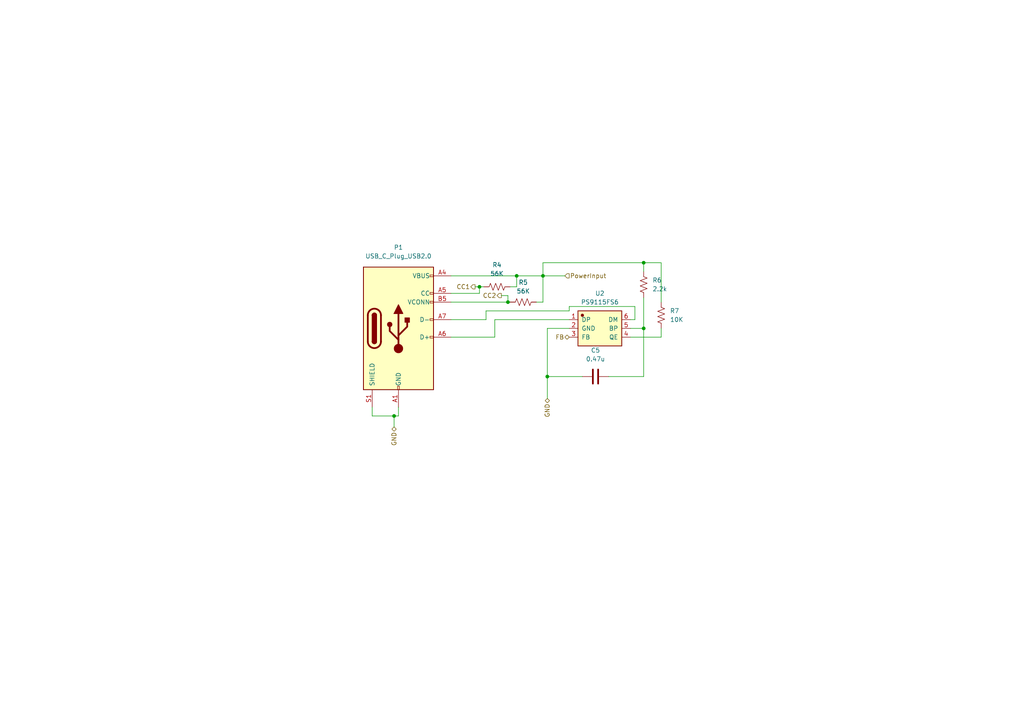
<source format=kicad_sch>
(kicad_sch (version 20211123) (generator eeschema)
  (paper "A4")
  (lib_symbols
    (symbol "1CommonUse:C0805" (pin_numbers hide) (pin_names (offset 0.254))
      (property "Reference" "C" (at 0.635 2.54 0))
      (property "Value" "C0805" (at 0.635 -2.54 0))
      (symbol "C0805_0_1"
        (polyline (pts (xy -2.032 -0.762) (xy 2.032 -0.762)) (stroke (width 0.508)))
        (polyline (pts (xy -2.032 0.762) (xy 2.032 0.762)) (stroke (width 0.508)))
      )
      (symbol "C0805_1_1"
        (pin passive line (at 0 3.81 270) (length 2.794) (name "~") (number "1"))
        (pin passive line (at 0 -3.81 90) (length 2.794) (name "~") (number "2"))
      )
    )
    (symbol "1CommonUse:R0805" (pin_numbers hide) (pin_names (offset 0))
      (property "Reference" "R" (at 2.54 0 90))
      (property "Value" "R0805" (at -2.54 0 90))
      (symbol "R0805_0_1"
        (polyline (pts (xy 0 -2.286) (xy 0 -2.54)))
        (polyline (pts (xy 0 2.286) (xy 0 2.54)))
        (polyline (pts (xy 0 -0.762) (xy 1.016 -1.143) (xy 0 -1.524) (xy -1.016 -1.905) (xy 0 -2.286)))
        (polyline (pts (xy 0 0.762) (xy 1.016 0.381) (xy 0 0) (xy -1.016 -0.381) (xy 0 -0.762)))
        (polyline (pts (xy 0 2.286) (xy 1.016 1.905) (xy 0 1.524) (xy -1.016 1.143) (xy 0 0.762)))
      )
      (symbol "R0805_1_1"
        (pin passive line (at 0 3.81 270) (length 1.27) (name "~") (number "1"))
        (pin passive line (at 0 -3.81 90) (length 1.27) (name "~") (number "2"))
      )
    )
    (symbol "Connector:USB_C_Plug_USB2.0" (pin_names (offset 1.016))
      (property "Reference" "P" (at -10.16 19.05 0))
      (property "Value" "USB_C_Plug_USB2.0" (at 12.7 19.05 0))
      (symbol "USB_C_Plug_USB2.0_0_0"
        (rectangle (start -0.254 -17.78) (end 0.254 -16.764))
        (rectangle (start 10.16 -2.286) (end 9.144 -2.794))
        (rectangle (start 10.16 2.794) (end 9.144 2.286))
        (rectangle (start 10.16 7.874) (end 9.144 7.366))
        (rectangle (start 10.16 10.414) (end 9.144 9.906))
        (rectangle (start 10.16 15.494) (end 9.144 14.986))
      )
      (symbol "USB_C_Plug_USB2.0_0_1"
        (rectangle (start -10.16 17.78) (end 10.16 -17.78) (stroke (width 0.254)) (fill (type background)))
        (arc (start -8.89 -3.81) (mid -6.985 -5.715) (end -5.08 -3.81) (stroke (width 0.508)))
        (arc (start -7.62 -3.81) (mid -6.985 -4.445) (end -6.35 -3.81) (stroke (width 0.254)))
        (arc (start -7.62 -3.81) (mid -6.985 -4.445) (end -6.35 -3.81) (stroke (width 0.254)) (fill (type outline)))
        (rectangle (start -7.62 -3.81) (end -6.35 3.81) (stroke (width 0.254)) (fill (type outline)))
        (arc (start -6.35 3.81) (mid -6.985 4.445) (end -7.62 3.81) (stroke (width 0.254)))
        (arc (start -6.35 3.81) (mid -6.985 4.445) (end -7.62 3.81) (stroke (width 0.254)) (fill (type outline)))
        (arc (start -5.08 3.81) (mid -6.985 5.715) (end -8.89 3.81) (stroke (width 0.508)))
        (circle (center -2.54 1.143) (radius 0.635) (stroke (width 0.254)) (fill (type outline)))
        (circle (center 0 -5.842) (radius 1.27) (fill (type outline)))
        (polyline (pts (xy -8.89 -3.81) (xy -8.89 3.81)) (stroke (width 0.508)))
        (polyline (pts (xy -5.08 3.81) (xy -5.08 -3.81)) (stroke (width 0.508)))
        (polyline (pts (xy 0 -5.842) (xy 0 4.318)) (stroke (width 0.508)))
        (polyline (pts (xy 0 -3.302) (xy -2.54 -0.762) (xy -2.54 0.508)) (stroke (width 0.508)))
        (polyline (pts (xy 0 -2.032) (xy 2.54 0.508) (xy 2.54 1.778)) (stroke (width 0.508)))
        (polyline (pts (xy -1.27 4.318) (xy 0 6.858) (xy 1.27 4.318) (xy -1.27 4.318)) (stroke (width 0.254)) (fill (type outline)))
        (rectangle (start 1.905 1.778) (end 3.175 3.048) (stroke (width 0.254)) (fill (type outline)))
      )
      (symbol "USB_C_Plug_USB2.0_1_1"
        (pin passive line (at 0 -22.86 90) (length 5.08) (name "GND") (number "A1"))
        (pin passive line (at 0 -22.86 90) (length 5.08) hide (name "GND") (number "A12"))
        (pin passive line (at 15.24 15.24 180) (length 5.08) (name "VBUS") (number "A4"))
        (pin bidirectional line (at 15.24 10.16 180) (length 5.08) (name "CC") (number "A5"))
        (pin bidirectional line (at 15.24 -2.54 180) (length 5.08) (name "D+") (number "A6"))
        (pin bidirectional line (at 15.24 2.54 180) (length 5.08) (name "D-") (number "A7"))
        (pin passive line (at 15.24 15.24 180) (length 5.08) hide (name "VBUS") (number "A9"))
        (pin passive line (at 0 -22.86 90) (length 5.08) hide (name "GND") (number "B1"))
        (pin passive line (at 0 -22.86 90) (length 5.08) hide (name "GND") (number "B12"))
        (pin passive line (at 15.24 15.24 180) (length 5.08) hide (name "VBUS") (number "B4"))
        (pin bidirectional line (at 15.24 7.62 180) (length 5.08) (name "VCONN") (number "B5"))
        (pin passive line (at 15.24 15.24 180) (length 5.08) hide (name "VBUS") (number "B9"))
        (pin passive line (at -7.62 -22.86 90) (length 5.08) (name "SHIELD") (number "S1"))
      )
    )
    (symbol "SolarCharger:PS9115FS6" (pin_names (offset 1.016))
      (property "Reference" "U" (at 0 7.747 0))
      (property "Value" "PS9115FS6" (at 0 12.827 0))
      (symbol "PS9115FS6_1_1"
        (rectangle (start -6.35 5.08) (end 6.35 -5.08) (stroke (width 0.254)) (fill (type background)))
        (circle (center -5.08 3.81) (radius 0.381) (stroke (width 0.1524)) (fill (type outline)))
        (pin input line (at -8.89 2.54 0) (length 2.54) (name "DP") (number "1"))
        (pin input line (at -8.89 0 0) (length 2.54) (name "GND") (number "2"))
        (pin input line (at -8.89 -2.54 0) (length 2.54) (name "FB") (number "3"))
        (pin input line (at 8.89 -2.54 180) (length 2.54) (name "QE") (number "4"))
        (pin input line (at 8.89 0 180) (length 2.54) (name "BP") (number "5"))
        (pin input line (at 8.89 2.54 180) (length 2.54) (name "DM") (number "6"))
      )
    )
  )
  (junction (at 139.065 83.185))
  (junction (at 158.75 109.22))
  (junction (at 157.48 80.01))
  (junction (at 147.32 87.63))
  (junction (at 186.69 95.25))
  (junction (at 114.3 120.65))
  (junction (at 149.86 80.01))
  (junction (at 186.69 76.2))
  (wire (pts (xy 149.86 83.185) (xy 149.86 80.01)))
  (wire (pts (xy 158.75 109.22) (xy 168.91 109.22)))
  (wire (pts (xy 140.97 92.71) (xy 140.97 90.17)))
  (wire (pts (xy 157.48 80.01) (xy 163.83 80.01)))
  (wire (pts (xy 186.69 86.36) (xy 186.69 95.25)))
  (wire (pts (xy 147.32 87.63) (xy 147.955 87.63)))
  (wire (pts (xy 130.81 92.71) (xy 140.97 92.71)))
  (wire (pts (xy 182.88 95.25) (xy 186.69 95.25)))
  (wire (pts (xy 143.51 92.71) (xy 143.51 97.79)))
  (wire (pts (xy 137.795 83.185) (xy 139.065 83.185)))
  (wire (pts (xy 186.69 76.2) (xy 186.69 78.74)))
  (wire (pts (xy 165.1 92.71) (xy 143.51 92.71)))
  (wire (pts (xy 158.75 95.25) (xy 165.1 95.25)))
  (wire (pts (xy 130.81 80.01) (xy 149.86 80.01)))
  (wire (pts (xy 107.95 120.65) (xy 114.3 120.65)))
  (wire (pts (xy 165.1 88.9) (xy 184.15 88.9)))
  (wire (pts (xy 114.3 120.65) (xy 114.3 123.825)))
  (wire (pts (xy 130.81 87.63) (xy 147.32 87.63)))
  (wire (pts (xy 147.32 85.725) (xy 147.32 87.63)))
  (wire (pts (xy 155.575 87.63) (xy 157.48 87.63)))
  (wire (pts (xy 107.95 118.11) (xy 107.95 120.65)))
  (wire (pts (xy 157.48 87.63) (xy 157.48 80.01)))
  (wire (pts (xy 186.69 95.25) (xy 186.69 109.22)))
  (wire (pts (xy 186.69 109.22) (xy 176.53 109.22)))
  (wire (pts (xy 182.88 97.79) (xy 191.77 97.79)))
  (wire (pts (xy 140.335 83.185) (xy 139.065 83.185)))
  (wire (pts (xy 145.415 85.725) (xy 147.32 85.725)))
  (wire (pts (xy 157.48 76.2) (xy 157.48 80.01)))
  (wire (pts (xy 184.15 88.9) (xy 184.15 92.71)))
  (wire (pts (xy 114.3 120.65) (xy 115.57 120.65)))
  (wire (pts (xy 115.57 120.65) (xy 115.57 118.11)))
  (wire (pts (xy 149.86 80.01) (xy 157.48 80.01)))
  (wire (pts (xy 147.955 83.185) (xy 149.86 83.185)))
  (wire (pts (xy 191.77 97.79) (xy 191.77 95.25)))
  (wire (pts (xy 140.97 90.17) (xy 165.1 90.17)))
  (wire (pts (xy 158.75 109.22) (xy 158.75 95.25)))
  (wire (pts (xy 143.51 97.79) (xy 130.81 97.79)))
  (wire (pts (xy 191.77 76.2) (xy 191.77 87.63)))
  (wire (pts (xy 158.75 115.57) (xy 158.75 109.22)))
  (wire (pts (xy 191.77 76.2) (xy 186.69 76.2)))
  (wire (pts (xy 165.1 90.17) (xy 165.1 88.9)))
  (wire (pts (xy 139.065 83.185) (xy 139.065 85.09)))
  (wire (pts (xy 130.81 85.09) (xy 139.065 85.09)))
  (wire (pts (xy 184.15 92.71) (xy 182.88 92.71)))
  (wire (pts (xy 186.69 76.2) (xy 157.48 76.2)))
  (hierarchical_label "FB" (shape bidirectional) (at 165.1 97.79 180))
  (hierarchical_label "GND" (shape bidirectional) (at 114.3 123.825 270))
  (hierarchical_label "CC2" (shape output) (at 145.415 85.725 180))
  (hierarchical_label "CC1" (shape output) (at 137.795 83.185 180))
  (hierarchical_label "GND" (shape bidirectional) (at 158.75 115.57 270))
  (hierarchical_label "PowerInput" (shape input) (at 163.83 80.01 0))
  (symbol (lib_id "1CommonUse:R0805") (at 144.145 83.185 270) (unit 1)
    (property "Reference" "R4" (at 144.145 76.835 90))
    (property "Value" "56K" (at 144.145 79.375 90))
    (property "Footprint" "Resistor_SMD:R_0805_2012Metric" (effects hide))
  )
  (symbol (lib_id "SolarCharger:PS9115FS6") (at 173.99 95.25 0) (unit 1)
    (property "Reference" "U2" (at 173.99 85.09 0))
    (property "Value" "PS9115FS6" (at 173.99 87.63 0))
    (property "Footprint" "Package_TO_SOT_SMD:SOT-23-6" (effects hide))
    (property "Datasheet" "http://www.szlcsc.com/product/details_678370.html" (effects hide))
    (property "SuppliersPartNumber" "C648908" (effects hide))
    (property "uuid" "std:6d7a594c6c8842de90c89203bf2a6eec" (effects hide))
  )
  (symbol (lib_id "Connector:USB_C_Plug_USB2.0") (at 115.57 95.25 0) (unit 1)
    (property "Reference" "P1" (at 115.57 71.755 0))
    (property "Value" "USB_C_Plug_USB2.0" (at 115.57 74.295 0))
    (property "Footprint" "SolarCharger:USB-C-SMD_TYPE-C-31-E-03" (effects hide))
    (property "Datasheet" "https://www.usb.org/sites/default/files/documents/usb_type-c.zip" (effects hide))
    (property "LCSC" "https://lcsc.com/product-detail/USB-Connectors_Korean-Hroparts-Elec-TYPE-C-31-E-03_C840342.html" (effects hide))
  )
  (symbol (lib_id "1CommonUse:C0805") (at 172.72 109.22 90) (unit 1)
    (property "Reference" "C5" (at 172.72 101.6 90))
    (property "Value" "0.47u" (at 172.72 104.14 90))
    (property "Footprint" "Capacitor_SMD:C_0805_2012Metric" (effects hide))
  )
  (symbol (lib_id "1CommonUse:R0805") (at 151.765 87.63 270) (unit 1)
    (property "Reference" "R5" (at 151.765 81.915 90))
    (property "Value" "56K" (at 151.765 84.455 90))
    (property "Footprint" "Resistor_SMD:R_0805_2012Metric" (effects hide))
  )
  (symbol (lib_id "1CommonUse:R0805") (at 186.69 82.55 0) (unit 1)
    (property "Reference" "R6" (at 189.23 81.2799 0) (effects (justify left)))
    (property "Value" "2.2k" (at 189.23 83.8199 0) (effects (justify left)))
    (property "Footprint" "Resistor_SMD:R_0805_2012Metric" (effects hide))
  )
  (symbol (lib_id "1CommonUse:R0805") (at 191.77 91.44 0) (unit 1)
    (property "Reference" "R7" (at 194.31 90.1699 0) (effects (justify left)))
    (property "Value" "10K" (at 194.31 92.7099 0) (effects (justify left)))
    (property "Footprint" "Resistor_SMD:R_0805_2012Metric" (effects hide))
  )
)
</source>
